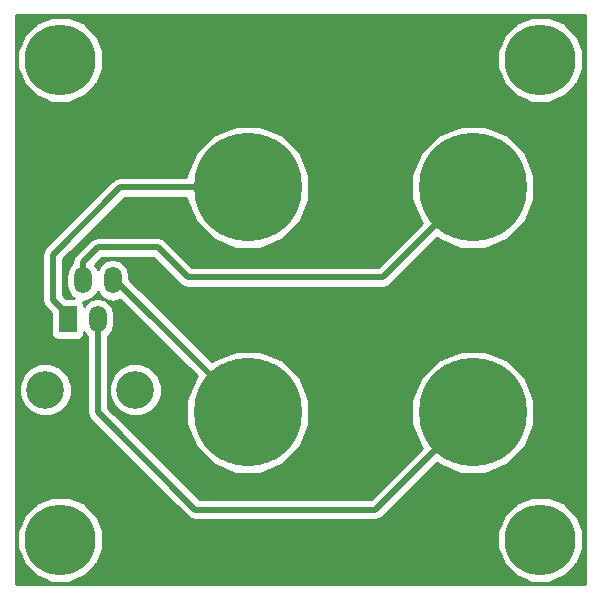
<source format=gtl>
G04 (created by PCBNEW (2013-07-07 BZR 4022)-stable) date 6/30/2014 1:32:33 AM*
%MOIN*%
G04 Gerber Fmt 3.4, Leading zero omitted, Abs format*
%FSLAX34Y34*%
G01*
G70*
G90*
G04 APERTURE LIST*
%ADD10C,0.00590551*%
%ADD11C,0.36*%
%ADD12O,0.059X0.0885*%
%ADD13R,0.059X0.0885*%
%ADD14C,0.125984*%
%ADD15C,0.23622*%
%ADD16C,0.02*%
%ADD17C,0.01*%
G04 APERTURE END LIST*
G54D10*
G54D11*
X73000Y-40750D03*
X80500Y-40750D03*
X80500Y-48250D03*
X73000Y-48250D03*
G54D12*
X67500Y-43852D03*
X68500Y-43852D03*
G54D13*
X67000Y-45147D03*
G54D12*
X68000Y-45147D03*
G54D14*
X69248Y-47500D03*
X66248Y-47500D03*
G54D15*
X82750Y-52500D03*
X82750Y-36500D03*
X66750Y-52500D03*
X66750Y-36500D03*
G54D16*
X67500Y-44000D02*
X67500Y-43250D01*
X77500Y-43750D02*
X80500Y-40750D01*
X71000Y-43750D02*
X77500Y-43750D01*
X70000Y-42750D02*
X71000Y-43750D01*
X68000Y-42750D02*
X70000Y-42750D01*
X67500Y-43250D02*
X68000Y-42750D01*
X68500Y-44000D02*
X68750Y-44000D01*
X68750Y-44000D02*
X73000Y-48250D01*
X68000Y-45000D02*
X68000Y-48250D01*
X77250Y-51500D02*
X80500Y-48250D01*
X71250Y-51500D02*
X77250Y-51500D01*
X68000Y-48250D02*
X71250Y-51500D01*
X67000Y-45000D02*
X66500Y-44500D01*
X68750Y-40750D02*
X73000Y-40750D01*
X66500Y-43000D02*
X68750Y-40750D01*
X66500Y-44500D02*
X66500Y-43000D01*
G54D10*
G36*
X84230Y-53980D02*
X84182Y-53980D01*
X84182Y-52222D01*
X84182Y-36222D01*
X84181Y-36219D01*
X84181Y-36216D01*
X84073Y-35956D01*
X83967Y-35695D01*
X83963Y-35690D01*
X83963Y-35690D01*
X83963Y-35690D01*
X83959Y-35683D01*
X83950Y-35677D01*
X83570Y-35296D01*
X83566Y-35290D01*
X83563Y-35289D01*
X83561Y-35287D01*
X83301Y-35179D01*
X83041Y-35070D01*
X83038Y-35070D01*
X83035Y-35069D01*
X82754Y-35068D01*
X82472Y-35067D01*
X82469Y-35068D01*
X82466Y-35068D01*
X82206Y-35176D01*
X81945Y-35282D01*
X81940Y-35286D01*
X81940Y-35286D01*
X81940Y-35286D01*
X81933Y-35290D01*
X81927Y-35299D01*
X81546Y-35679D01*
X81540Y-35683D01*
X81539Y-35686D01*
X81537Y-35688D01*
X81429Y-35948D01*
X81320Y-36208D01*
X81320Y-36211D01*
X81319Y-36214D01*
X81318Y-36495D01*
X81317Y-36777D01*
X81318Y-36780D01*
X81318Y-36783D01*
X81426Y-37043D01*
X81532Y-37304D01*
X81536Y-37309D01*
X81536Y-37309D01*
X81536Y-37309D01*
X81540Y-37316D01*
X81549Y-37322D01*
X81929Y-37703D01*
X81933Y-37709D01*
X81936Y-37710D01*
X81938Y-37712D01*
X82198Y-37820D01*
X82458Y-37929D01*
X82461Y-37929D01*
X82464Y-37930D01*
X82745Y-37931D01*
X83027Y-37932D01*
X83030Y-37931D01*
X83033Y-37931D01*
X83293Y-37823D01*
X83554Y-37717D01*
X83559Y-37713D01*
X83559Y-37713D01*
X83559Y-37713D01*
X83566Y-37709D01*
X83572Y-37700D01*
X83953Y-37320D01*
X83959Y-37316D01*
X83960Y-37313D01*
X83962Y-37311D01*
X84070Y-37051D01*
X84179Y-36791D01*
X84179Y-36788D01*
X84180Y-36785D01*
X84181Y-36504D01*
X84182Y-36222D01*
X84182Y-52222D01*
X84181Y-52219D01*
X84181Y-52216D01*
X84073Y-51956D01*
X83967Y-51695D01*
X83963Y-51690D01*
X83963Y-51690D01*
X83963Y-51690D01*
X83959Y-51683D01*
X83950Y-51677D01*
X83570Y-51296D01*
X83566Y-51290D01*
X83563Y-51289D01*
X83561Y-51287D01*
X83301Y-51179D01*
X83041Y-51070D01*
X83038Y-51070D01*
X83035Y-51069D01*
X82754Y-51068D01*
X82550Y-51067D01*
X82550Y-47844D01*
X82238Y-47090D01*
X81662Y-46513D01*
X80909Y-46200D01*
X80094Y-46199D01*
X79340Y-46511D01*
X78763Y-47087D01*
X78450Y-47840D01*
X78449Y-48655D01*
X78761Y-49409D01*
X78803Y-49451D01*
X77105Y-51150D01*
X71394Y-51150D01*
X70130Y-49885D01*
X70130Y-47660D01*
X70127Y-47493D01*
X70128Y-47325D01*
X70125Y-47318D01*
X70124Y-47310D01*
X70002Y-47013D01*
X69998Y-47012D01*
X69994Y-47002D01*
X69747Y-46754D01*
X69736Y-46749D01*
X69734Y-46745D01*
X69578Y-46684D01*
X69423Y-46620D01*
X69415Y-46620D01*
X69408Y-46617D01*
X69241Y-46620D01*
X69073Y-46619D01*
X69066Y-46622D01*
X69058Y-46623D01*
X68761Y-46745D01*
X68760Y-46749D01*
X68750Y-46753D01*
X68502Y-47000D01*
X68497Y-47011D01*
X68493Y-47013D01*
X68432Y-47169D01*
X68368Y-47324D01*
X68368Y-47332D01*
X68365Y-47339D01*
X68368Y-47506D01*
X68367Y-47674D01*
X68370Y-47681D01*
X68371Y-47689D01*
X68493Y-47986D01*
X68497Y-47987D01*
X68501Y-47997D01*
X68748Y-48245D01*
X68759Y-48250D01*
X68761Y-48254D01*
X68917Y-48315D01*
X69072Y-48379D01*
X69080Y-48379D01*
X69087Y-48382D01*
X69254Y-48379D01*
X69422Y-48380D01*
X69429Y-48377D01*
X69437Y-48376D01*
X69734Y-48254D01*
X69735Y-48250D01*
X69745Y-48246D01*
X69993Y-47999D01*
X69998Y-47988D01*
X70002Y-47986D01*
X70063Y-47830D01*
X70127Y-47675D01*
X70127Y-47667D01*
X70130Y-47660D01*
X70130Y-49885D01*
X68350Y-48105D01*
X68350Y-45717D01*
X68385Y-45693D01*
X68503Y-45517D01*
X68545Y-45308D01*
X68545Y-44986D01*
X68503Y-44777D01*
X68385Y-44601D01*
X68208Y-44482D01*
X68000Y-44441D01*
X67791Y-44482D01*
X67614Y-44601D01*
X67545Y-44705D01*
X67545Y-44655D01*
X67507Y-44563D01*
X67501Y-44558D01*
X67708Y-44517D01*
X67885Y-44398D01*
X68000Y-44227D01*
X68114Y-44398D01*
X68291Y-44517D01*
X68500Y-44558D01*
X68708Y-44517D01*
X68746Y-44491D01*
X71302Y-47047D01*
X71263Y-47087D01*
X70950Y-47840D01*
X70949Y-48655D01*
X71261Y-49409D01*
X71837Y-49986D01*
X72590Y-50299D01*
X73405Y-50300D01*
X74159Y-49988D01*
X74736Y-49412D01*
X75049Y-48659D01*
X75050Y-47844D01*
X74738Y-47090D01*
X74162Y-46513D01*
X73409Y-46200D01*
X72594Y-46199D01*
X71840Y-46511D01*
X71798Y-46553D01*
X69045Y-43800D01*
X69045Y-43691D01*
X69003Y-43482D01*
X68885Y-43306D01*
X68708Y-43187D01*
X68500Y-43146D01*
X68291Y-43187D01*
X68114Y-43306D01*
X68000Y-43477D01*
X67906Y-43338D01*
X68144Y-43100D01*
X69855Y-43100D01*
X70752Y-43997D01*
X70866Y-44073D01*
X71000Y-44100D01*
X77500Y-44100D01*
X77633Y-44073D01*
X77633Y-44073D01*
X77747Y-43997D01*
X79297Y-42447D01*
X79337Y-42486D01*
X80090Y-42799D01*
X80905Y-42800D01*
X81659Y-42488D01*
X82236Y-41912D01*
X82549Y-41159D01*
X82550Y-40344D01*
X82238Y-39590D01*
X81662Y-39013D01*
X80909Y-38700D01*
X80094Y-38699D01*
X79340Y-39011D01*
X78763Y-39587D01*
X78450Y-40340D01*
X78449Y-41155D01*
X78761Y-41909D01*
X78803Y-41951D01*
X77355Y-43400D01*
X71144Y-43400D01*
X70247Y-42502D01*
X70133Y-42426D01*
X70000Y-42400D01*
X68000Y-42400D01*
X67866Y-42426D01*
X67752Y-42502D01*
X67252Y-43002D01*
X67176Y-43116D01*
X67150Y-43250D01*
X67150Y-43282D01*
X67114Y-43306D01*
X66996Y-43482D01*
X66955Y-43691D01*
X66955Y-44013D01*
X66996Y-44222D01*
X67114Y-44398D01*
X67198Y-44454D01*
X66949Y-44454D01*
X66850Y-44355D01*
X66850Y-43144D01*
X68894Y-41100D01*
X70949Y-41100D01*
X70949Y-41155D01*
X71261Y-41909D01*
X71837Y-42486D01*
X72590Y-42799D01*
X73405Y-42800D01*
X74159Y-42488D01*
X74736Y-41912D01*
X75049Y-41159D01*
X75050Y-40344D01*
X74738Y-39590D01*
X74162Y-39013D01*
X73409Y-38700D01*
X72594Y-38699D01*
X71840Y-39011D01*
X71263Y-39587D01*
X70950Y-40340D01*
X70950Y-40400D01*
X68750Y-40400D01*
X68616Y-40426D01*
X68502Y-40502D01*
X68182Y-40822D01*
X68182Y-36222D01*
X68181Y-36219D01*
X68181Y-36216D01*
X68073Y-35956D01*
X67967Y-35695D01*
X67963Y-35690D01*
X67963Y-35690D01*
X67963Y-35690D01*
X67959Y-35683D01*
X67950Y-35677D01*
X67570Y-35296D01*
X67566Y-35290D01*
X67563Y-35289D01*
X67561Y-35287D01*
X67301Y-35179D01*
X67041Y-35070D01*
X67038Y-35070D01*
X67035Y-35069D01*
X66754Y-35068D01*
X66472Y-35067D01*
X66469Y-35068D01*
X66466Y-35068D01*
X66206Y-35176D01*
X65945Y-35282D01*
X65940Y-35286D01*
X65940Y-35286D01*
X65940Y-35286D01*
X65933Y-35290D01*
X65927Y-35299D01*
X65546Y-35679D01*
X65540Y-35683D01*
X65539Y-35686D01*
X65537Y-35688D01*
X65429Y-35948D01*
X65320Y-36208D01*
X65320Y-36211D01*
X65319Y-36214D01*
X65318Y-36495D01*
X65317Y-36777D01*
X65318Y-36780D01*
X65318Y-36783D01*
X65426Y-37043D01*
X65532Y-37304D01*
X65536Y-37309D01*
X65536Y-37309D01*
X65536Y-37309D01*
X65540Y-37316D01*
X65549Y-37322D01*
X65929Y-37703D01*
X65933Y-37709D01*
X65936Y-37710D01*
X65938Y-37712D01*
X66198Y-37820D01*
X66458Y-37929D01*
X66461Y-37929D01*
X66464Y-37930D01*
X66745Y-37931D01*
X67027Y-37932D01*
X67030Y-37931D01*
X67033Y-37931D01*
X67293Y-37823D01*
X67554Y-37717D01*
X67559Y-37713D01*
X67559Y-37713D01*
X67559Y-37713D01*
X67566Y-37709D01*
X67572Y-37700D01*
X67953Y-37320D01*
X67959Y-37316D01*
X67960Y-37313D01*
X67962Y-37311D01*
X68070Y-37051D01*
X68179Y-36791D01*
X68179Y-36788D01*
X68180Y-36785D01*
X68181Y-36504D01*
X68182Y-36222D01*
X68182Y-40822D01*
X66252Y-42752D01*
X66176Y-42866D01*
X66150Y-43000D01*
X66150Y-44500D01*
X66176Y-44633D01*
X66252Y-44747D01*
X66454Y-44949D01*
X66454Y-45639D01*
X66492Y-45731D01*
X66563Y-45801D01*
X66655Y-45839D01*
X66754Y-45840D01*
X67344Y-45840D01*
X67436Y-45802D01*
X67506Y-45731D01*
X67544Y-45639D01*
X67545Y-45589D01*
X67614Y-45693D01*
X67650Y-45717D01*
X67650Y-48250D01*
X67676Y-48383D01*
X67752Y-48497D01*
X71002Y-51747D01*
X71002Y-51747D01*
X71116Y-51823D01*
X71249Y-51849D01*
X71250Y-51850D01*
X77250Y-51850D01*
X77383Y-51823D01*
X77383Y-51823D01*
X77497Y-51747D01*
X79297Y-49947D01*
X79337Y-49986D01*
X80090Y-50299D01*
X80905Y-50300D01*
X81659Y-49988D01*
X82236Y-49412D01*
X82549Y-48659D01*
X82550Y-47844D01*
X82550Y-51067D01*
X82472Y-51067D01*
X82469Y-51068D01*
X82466Y-51068D01*
X82206Y-51176D01*
X81945Y-51282D01*
X81940Y-51286D01*
X81940Y-51286D01*
X81940Y-51286D01*
X81933Y-51290D01*
X81927Y-51299D01*
X81546Y-51679D01*
X81540Y-51683D01*
X81539Y-51686D01*
X81537Y-51688D01*
X81429Y-51948D01*
X81320Y-52208D01*
X81320Y-52211D01*
X81319Y-52214D01*
X81318Y-52495D01*
X81317Y-52777D01*
X81318Y-52780D01*
X81318Y-52783D01*
X81426Y-53043D01*
X81532Y-53304D01*
X81536Y-53309D01*
X81536Y-53309D01*
X81536Y-53309D01*
X81540Y-53316D01*
X81549Y-53322D01*
X81929Y-53703D01*
X81933Y-53709D01*
X81936Y-53710D01*
X81938Y-53712D01*
X82198Y-53820D01*
X82458Y-53929D01*
X82461Y-53929D01*
X82464Y-53930D01*
X82745Y-53931D01*
X83027Y-53932D01*
X83030Y-53931D01*
X83033Y-53931D01*
X83293Y-53823D01*
X83554Y-53717D01*
X83559Y-53713D01*
X83559Y-53713D01*
X83559Y-53713D01*
X83566Y-53709D01*
X83572Y-53700D01*
X83953Y-53320D01*
X83959Y-53316D01*
X83960Y-53313D01*
X83962Y-53311D01*
X84070Y-53051D01*
X84179Y-52791D01*
X84179Y-52788D01*
X84180Y-52785D01*
X84181Y-52504D01*
X84182Y-52222D01*
X84182Y-53980D01*
X68182Y-53980D01*
X68182Y-52222D01*
X68181Y-52219D01*
X68181Y-52216D01*
X68073Y-51956D01*
X67967Y-51695D01*
X67963Y-51690D01*
X67963Y-51690D01*
X67963Y-51690D01*
X67959Y-51683D01*
X67950Y-51677D01*
X67570Y-51296D01*
X67566Y-51290D01*
X67563Y-51289D01*
X67561Y-51287D01*
X67301Y-51179D01*
X67130Y-51107D01*
X67130Y-47660D01*
X67127Y-47493D01*
X67128Y-47325D01*
X67125Y-47318D01*
X67124Y-47310D01*
X67002Y-47013D01*
X66998Y-47012D01*
X66994Y-47002D01*
X66747Y-46754D01*
X66736Y-46749D01*
X66734Y-46745D01*
X66578Y-46684D01*
X66423Y-46620D01*
X66415Y-46620D01*
X66408Y-46617D01*
X66241Y-46620D01*
X66073Y-46619D01*
X66066Y-46622D01*
X66058Y-46623D01*
X65761Y-46745D01*
X65760Y-46749D01*
X65750Y-46753D01*
X65502Y-47000D01*
X65497Y-47011D01*
X65493Y-47013D01*
X65432Y-47169D01*
X65368Y-47324D01*
X65368Y-47332D01*
X65365Y-47339D01*
X65368Y-47506D01*
X65367Y-47674D01*
X65370Y-47681D01*
X65371Y-47689D01*
X65493Y-47986D01*
X65497Y-47987D01*
X65501Y-47997D01*
X65748Y-48245D01*
X65759Y-48250D01*
X65761Y-48254D01*
X65917Y-48315D01*
X66072Y-48379D01*
X66080Y-48379D01*
X66087Y-48382D01*
X66254Y-48379D01*
X66422Y-48380D01*
X66429Y-48377D01*
X66437Y-48376D01*
X66734Y-48254D01*
X66735Y-48250D01*
X66745Y-48246D01*
X66993Y-47999D01*
X66998Y-47988D01*
X67002Y-47986D01*
X67063Y-47830D01*
X67127Y-47675D01*
X67127Y-47667D01*
X67130Y-47660D01*
X67130Y-51107D01*
X67041Y-51070D01*
X67038Y-51070D01*
X67035Y-51069D01*
X66754Y-51068D01*
X66472Y-51067D01*
X66469Y-51068D01*
X66466Y-51068D01*
X66206Y-51176D01*
X65945Y-51282D01*
X65940Y-51286D01*
X65940Y-51286D01*
X65940Y-51286D01*
X65933Y-51290D01*
X65927Y-51299D01*
X65546Y-51679D01*
X65540Y-51683D01*
X65539Y-51686D01*
X65537Y-51688D01*
X65429Y-51948D01*
X65320Y-52208D01*
X65320Y-52211D01*
X65319Y-52214D01*
X65318Y-52495D01*
X65317Y-52777D01*
X65318Y-52780D01*
X65318Y-52783D01*
X65426Y-53043D01*
X65532Y-53304D01*
X65536Y-53309D01*
X65536Y-53309D01*
X65536Y-53309D01*
X65540Y-53316D01*
X65549Y-53322D01*
X65929Y-53703D01*
X65933Y-53709D01*
X65936Y-53710D01*
X65938Y-53712D01*
X66198Y-53820D01*
X66458Y-53929D01*
X66461Y-53929D01*
X66464Y-53930D01*
X66745Y-53931D01*
X67027Y-53932D01*
X67030Y-53931D01*
X67033Y-53931D01*
X67293Y-53823D01*
X67554Y-53717D01*
X67559Y-53713D01*
X67559Y-53713D01*
X67559Y-53713D01*
X67566Y-53709D01*
X67572Y-53700D01*
X67953Y-53320D01*
X67959Y-53316D01*
X67960Y-53313D01*
X67962Y-53311D01*
X68070Y-53051D01*
X68179Y-52791D01*
X68179Y-52788D01*
X68180Y-52785D01*
X68181Y-52504D01*
X68182Y-52222D01*
X68182Y-53980D01*
X65269Y-53980D01*
X65269Y-35019D01*
X84230Y-35019D01*
X84230Y-53980D01*
X84230Y-53980D01*
G37*
G54D17*
X84230Y-53980D02*
X84182Y-53980D01*
X84182Y-52222D01*
X84182Y-36222D01*
X84181Y-36219D01*
X84181Y-36216D01*
X84073Y-35956D01*
X83967Y-35695D01*
X83963Y-35690D01*
X83963Y-35690D01*
X83963Y-35690D01*
X83959Y-35683D01*
X83950Y-35677D01*
X83570Y-35296D01*
X83566Y-35290D01*
X83563Y-35289D01*
X83561Y-35287D01*
X83301Y-35179D01*
X83041Y-35070D01*
X83038Y-35070D01*
X83035Y-35069D01*
X82754Y-35068D01*
X82472Y-35067D01*
X82469Y-35068D01*
X82466Y-35068D01*
X82206Y-35176D01*
X81945Y-35282D01*
X81940Y-35286D01*
X81940Y-35286D01*
X81940Y-35286D01*
X81933Y-35290D01*
X81927Y-35299D01*
X81546Y-35679D01*
X81540Y-35683D01*
X81539Y-35686D01*
X81537Y-35688D01*
X81429Y-35948D01*
X81320Y-36208D01*
X81320Y-36211D01*
X81319Y-36214D01*
X81318Y-36495D01*
X81317Y-36777D01*
X81318Y-36780D01*
X81318Y-36783D01*
X81426Y-37043D01*
X81532Y-37304D01*
X81536Y-37309D01*
X81536Y-37309D01*
X81536Y-37309D01*
X81540Y-37316D01*
X81549Y-37322D01*
X81929Y-37703D01*
X81933Y-37709D01*
X81936Y-37710D01*
X81938Y-37712D01*
X82198Y-37820D01*
X82458Y-37929D01*
X82461Y-37929D01*
X82464Y-37930D01*
X82745Y-37931D01*
X83027Y-37932D01*
X83030Y-37931D01*
X83033Y-37931D01*
X83293Y-37823D01*
X83554Y-37717D01*
X83559Y-37713D01*
X83559Y-37713D01*
X83559Y-37713D01*
X83566Y-37709D01*
X83572Y-37700D01*
X83953Y-37320D01*
X83959Y-37316D01*
X83960Y-37313D01*
X83962Y-37311D01*
X84070Y-37051D01*
X84179Y-36791D01*
X84179Y-36788D01*
X84180Y-36785D01*
X84181Y-36504D01*
X84182Y-36222D01*
X84182Y-52222D01*
X84181Y-52219D01*
X84181Y-52216D01*
X84073Y-51956D01*
X83967Y-51695D01*
X83963Y-51690D01*
X83963Y-51690D01*
X83963Y-51690D01*
X83959Y-51683D01*
X83950Y-51677D01*
X83570Y-51296D01*
X83566Y-51290D01*
X83563Y-51289D01*
X83561Y-51287D01*
X83301Y-51179D01*
X83041Y-51070D01*
X83038Y-51070D01*
X83035Y-51069D01*
X82754Y-51068D01*
X82550Y-51067D01*
X82550Y-47844D01*
X82238Y-47090D01*
X81662Y-46513D01*
X80909Y-46200D01*
X80094Y-46199D01*
X79340Y-46511D01*
X78763Y-47087D01*
X78450Y-47840D01*
X78449Y-48655D01*
X78761Y-49409D01*
X78803Y-49451D01*
X77105Y-51150D01*
X71394Y-51150D01*
X70130Y-49885D01*
X70130Y-47660D01*
X70127Y-47493D01*
X70128Y-47325D01*
X70125Y-47318D01*
X70124Y-47310D01*
X70002Y-47013D01*
X69998Y-47012D01*
X69994Y-47002D01*
X69747Y-46754D01*
X69736Y-46749D01*
X69734Y-46745D01*
X69578Y-46684D01*
X69423Y-46620D01*
X69415Y-46620D01*
X69408Y-46617D01*
X69241Y-46620D01*
X69073Y-46619D01*
X69066Y-46622D01*
X69058Y-46623D01*
X68761Y-46745D01*
X68760Y-46749D01*
X68750Y-46753D01*
X68502Y-47000D01*
X68497Y-47011D01*
X68493Y-47013D01*
X68432Y-47169D01*
X68368Y-47324D01*
X68368Y-47332D01*
X68365Y-47339D01*
X68368Y-47506D01*
X68367Y-47674D01*
X68370Y-47681D01*
X68371Y-47689D01*
X68493Y-47986D01*
X68497Y-47987D01*
X68501Y-47997D01*
X68748Y-48245D01*
X68759Y-48250D01*
X68761Y-48254D01*
X68917Y-48315D01*
X69072Y-48379D01*
X69080Y-48379D01*
X69087Y-48382D01*
X69254Y-48379D01*
X69422Y-48380D01*
X69429Y-48377D01*
X69437Y-48376D01*
X69734Y-48254D01*
X69735Y-48250D01*
X69745Y-48246D01*
X69993Y-47999D01*
X69998Y-47988D01*
X70002Y-47986D01*
X70063Y-47830D01*
X70127Y-47675D01*
X70127Y-47667D01*
X70130Y-47660D01*
X70130Y-49885D01*
X68350Y-48105D01*
X68350Y-45717D01*
X68385Y-45693D01*
X68503Y-45517D01*
X68545Y-45308D01*
X68545Y-44986D01*
X68503Y-44777D01*
X68385Y-44601D01*
X68208Y-44482D01*
X68000Y-44441D01*
X67791Y-44482D01*
X67614Y-44601D01*
X67545Y-44705D01*
X67545Y-44655D01*
X67507Y-44563D01*
X67501Y-44558D01*
X67708Y-44517D01*
X67885Y-44398D01*
X68000Y-44227D01*
X68114Y-44398D01*
X68291Y-44517D01*
X68500Y-44558D01*
X68708Y-44517D01*
X68746Y-44491D01*
X71302Y-47047D01*
X71263Y-47087D01*
X70950Y-47840D01*
X70949Y-48655D01*
X71261Y-49409D01*
X71837Y-49986D01*
X72590Y-50299D01*
X73405Y-50300D01*
X74159Y-49988D01*
X74736Y-49412D01*
X75049Y-48659D01*
X75050Y-47844D01*
X74738Y-47090D01*
X74162Y-46513D01*
X73409Y-46200D01*
X72594Y-46199D01*
X71840Y-46511D01*
X71798Y-46553D01*
X69045Y-43800D01*
X69045Y-43691D01*
X69003Y-43482D01*
X68885Y-43306D01*
X68708Y-43187D01*
X68500Y-43146D01*
X68291Y-43187D01*
X68114Y-43306D01*
X68000Y-43477D01*
X67906Y-43338D01*
X68144Y-43100D01*
X69855Y-43100D01*
X70752Y-43997D01*
X70866Y-44073D01*
X71000Y-44100D01*
X77500Y-44100D01*
X77633Y-44073D01*
X77633Y-44073D01*
X77747Y-43997D01*
X79297Y-42447D01*
X79337Y-42486D01*
X80090Y-42799D01*
X80905Y-42800D01*
X81659Y-42488D01*
X82236Y-41912D01*
X82549Y-41159D01*
X82550Y-40344D01*
X82238Y-39590D01*
X81662Y-39013D01*
X80909Y-38700D01*
X80094Y-38699D01*
X79340Y-39011D01*
X78763Y-39587D01*
X78450Y-40340D01*
X78449Y-41155D01*
X78761Y-41909D01*
X78803Y-41951D01*
X77355Y-43400D01*
X71144Y-43400D01*
X70247Y-42502D01*
X70133Y-42426D01*
X70000Y-42400D01*
X68000Y-42400D01*
X67866Y-42426D01*
X67752Y-42502D01*
X67252Y-43002D01*
X67176Y-43116D01*
X67150Y-43250D01*
X67150Y-43282D01*
X67114Y-43306D01*
X66996Y-43482D01*
X66955Y-43691D01*
X66955Y-44013D01*
X66996Y-44222D01*
X67114Y-44398D01*
X67198Y-44454D01*
X66949Y-44454D01*
X66850Y-44355D01*
X66850Y-43144D01*
X68894Y-41100D01*
X70949Y-41100D01*
X70949Y-41155D01*
X71261Y-41909D01*
X71837Y-42486D01*
X72590Y-42799D01*
X73405Y-42800D01*
X74159Y-42488D01*
X74736Y-41912D01*
X75049Y-41159D01*
X75050Y-40344D01*
X74738Y-39590D01*
X74162Y-39013D01*
X73409Y-38700D01*
X72594Y-38699D01*
X71840Y-39011D01*
X71263Y-39587D01*
X70950Y-40340D01*
X70950Y-40400D01*
X68750Y-40400D01*
X68616Y-40426D01*
X68502Y-40502D01*
X68182Y-40822D01*
X68182Y-36222D01*
X68181Y-36219D01*
X68181Y-36216D01*
X68073Y-35956D01*
X67967Y-35695D01*
X67963Y-35690D01*
X67963Y-35690D01*
X67963Y-35690D01*
X67959Y-35683D01*
X67950Y-35677D01*
X67570Y-35296D01*
X67566Y-35290D01*
X67563Y-35289D01*
X67561Y-35287D01*
X67301Y-35179D01*
X67041Y-35070D01*
X67038Y-35070D01*
X67035Y-35069D01*
X66754Y-35068D01*
X66472Y-35067D01*
X66469Y-35068D01*
X66466Y-35068D01*
X66206Y-35176D01*
X65945Y-35282D01*
X65940Y-35286D01*
X65940Y-35286D01*
X65940Y-35286D01*
X65933Y-35290D01*
X65927Y-35299D01*
X65546Y-35679D01*
X65540Y-35683D01*
X65539Y-35686D01*
X65537Y-35688D01*
X65429Y-35948D01*
X65320Y-36208D01*
X65320Y-36211D01*
X65319Y-36214D01*
X65318Y-36495D01*
X65317Y-36777D01*
X65318Y-36780D01*
X65318Y-36783D01*
X65426Y-37043D01*
X65532Y-37304D01*
X65536Y-37309D01*
X65536Y-37309D01*
X65536Y-37309D01*
X65540Y-37316D01*
X65549Y-37322D01*
X65929Y-37703D01*
X65933Y-37709D01*
X65936Y-37710D01*
X65938Y-37712D01*
X66198Y-37820D01*
X66458Y-37929D01*
X66461Y-37929D01*
X66464Y-37930D01*
X66745Y-37931D01*
X67027Y-37932D01*
X67030Y-37931D01*
X67033Y-37931D01*
X67293Y-37823D01*
X67554Y-37717D01*
X67559Y-37713D01*
X67559Y-37713D01*
X67559Y-37713D01*
X67566Y-37709D01*
X67572Y-37700D01*
X67953Y-37320D01*
X67959Y-37316D01*
X67960Y-37313D01*
X67962Y-37311D01*
X68070Y-37051D01*
X68179Y-36791D01*
X68179Y-36788D01*
X68180Y-36785D01*
X68181Y-36504D01*
X68182Y-36222D01*
X68182Y-40822D01*
X66252Y-42752D01*
X66176Y-42866D01*
X66150Y-43000D01*
X66150Y-44500D01*
X66176Y-44633D01*
X66252Y-44747D01*
X66454Y-44949D01*
X66454Y-45639D01*
X66492Y-45731D01*
X66563Y-45801D01*
X66655Y-45839D01*
X66754Y-45840D01*
X67344Y-45840D01*
X67436Y-45802D01*
X67506Y-45731D01*
X67544Y-45639D01*
X67545Y-45589D01*
X67614Y-45693D01*
X67650Y-45717D01*
X67650Y-48250D01*
X67676Y-48383D01*
X67752Y-48497D01*
X71002Y-51747D01*
X71002Y-51747D01*
X71116Y-51823D01*
X71249Y-51849D01*
X71250Y-51850D01*
X77250Y-51850D01*
X77383Y-51823D01*
X77383Y-51823D01*
X77497Y-51747D01*
X79297Y-49947D01*
X79337Y-49986D01*
X80090Y-50299D01*
X80905Y-50300D01*
X81659Y-49988D01*
X82236Y-49412D01*
X82549Y-48659D01*
X82550Y-47844D01*
X82550Y-51067D01*
X82472Y-51067D01*
X82469Y-51068D01*
X82466Y-51068D01*
X82206Y-51176D01*
X81945Y-51282D01*
X81940Y-51286D01*
X81940Y-51286D01*
X81940Y-51286D01*
X81933Y-51290D01*
X81927Y-51299D01*
X81546Y-51679D01*
X81540Y-51683D01*
X81539Y-51686D01*
X81537Y-51688D01*
X81429Y-51948D01*
X81320Y-52208D01*
X81320Y-52211D01*
X81319Y-52214D01*
X81318Y-52495D01*
X81317Y-52777D01*
X81318Y-52780D01*
X81318Y-52783D01*
X81426Y-53043D01*
X81532Y-53304D01*
X81536Y-53309D01*
X81536Y-53309D01*
X81536Y-53309D01*
X81540Y-53316D01*
X81549Y-53322D01*
X81929Y-53703D01*
X81933Y-53709D01*
X81936Y-53710D01*
X81938Y-53712D01*
X82198Y-53820D01*
X82458Y-53929D01*
X82461Y-53929D01*
X82464Y-53930D01*
X82745Y-53931D01*
X83027Y-53932D01*
X83030Y-53931D01*
X83033Y-53931D01*
X83293Y-53823D01*
X83554Y-53717D01*
X83559Y-53713D01*
X83559Y-53713D01*
X83559Y-53713D01*
X83566Y-53709D01*
X83572Y-53700D01*
X83953Y-53320D01*
X83959Y-53316D01*
X83960Y-53313D01*
X83962Y-53311D01*
X84070Y-53051D01*
X84179Y-52791D01*
X84179Y-52788D01*
X84180Y-52785D01*
X84181Y-52504D01*
X84182Y-52222D01*
X84182Y-53980D01*
X68182Y-53980D01*
X68182Y-52222D01*
X68181Y-52219D01*
X68181Y-52216D01*
X68073Y-51956D01*
X67967Y-51695D01*
X67963Y-51690D01*
X67963Y-51690D01*
X67963Y-51690D01*
X67959Y-51683D01*
X67950Y-51677D01*
X67570Y-51296D01*
X67566Y-51290D01*
X67563Y-51289D01*
X67561Y-51287D01*
X67301Y-51179D01*
X67130Y-51107D01*
X67130Y-47660D01*
X67127Y-47493D01*
X67128Y-47325D01*
X67125Y-47318D01*
X67124Y-47310D01*
X67002Y-47013D01*
X66998Y-47012D01*
X66994Y-47002D01*
X66747Y-46754D01*
X66736Y-46749D01*
X66734Y-46745D01*
X66578Y-46684D01*
X66423Y-46620D01*
X66415Y-46620D01*
X66408Y-46617D01*
X66241Y-46620D01*
X66073Y-46619D01*
X66066Y-46622D01*
X66058Y-46623D01*
X65761Y-46745D01*
X65760Y-46749D01*
X65750Y-46753D01*
X65502Y-47000D01*
X65497Y-47011D01*
X65493Y-47013D01*
X65432Y-47169D01*
X65368Y-47324D01*
X65368Y-47332D01*
X65365Y-47339D01*
X65368Y-47506D01*
X65367Y-47674D01*
X65370Y-47681D01*
X65371Y-47689D01*
X65493Y-47986D01*
X65497Y-47987D01*
X65501Y-47997D01*
X65748Y-48245D01*
X65759Y-48250D01*
X65761Y-48254D01*
X65917Y-48315D01*
X66072Y-48379D01*
X66080Y-48379D01*
X66087Y-48382D01*
X66254Y-48379D01*
X66422Y-48380D01*
X66429Y-48377D01*
X66437Y-48376D01*
X66734Y-48254D01*
X66735Y-48250D01*
X66745Y-48246D01*
X66993Y-47999D01*
X66998Y-47988D01*
X67002Y-47986D01*
X67063Y-47830D01*
X67127Y-47675D01*
X67127Y-47667D01*
X67130Y-47660D01*
X67130Y-51107D01*
X67041Y-51070D01*
X67038Y-51070D01*
X67035Y-51069D01*
X66754Y-51068D01*
X66472Y-51067D01*
X66469Y-51068D01*
X66466Y-51068D01*
X66206Y-51176D01*
X65945Y-51282D01*
X65940Y-51286D01*
X65940Y-51286D01*
X65940Y-51286D01*
X65933Y-51290D01*
X65927Y-51299D01*
X65546Y-51679D01*
X65540Y-51683D01*
X65539Y-51686D01*
X65537Y-51688D01*
X65429Y-51948D01*
X65320Y-52208D01*
X65320Y-52211D01*
X65319Y-52214D01*
X65318Y-52495D01*
X65317Y-52777D01*
X65318Y-52780D01*
X65318Y-52783D01*
X65426Y-53043D01*
X65532Y-53304D01*
X65536Y-53309D01*
X65536Y-53309D01*
X65536Y-53309D01*
X65540Y-53316D01*
X65549Y-53322D01*
X65929Y-53703D01*
X65933Y-53709D01*
X65936Y-53710D01*
X65938Y-53712D01*
X66198Y-53820D01*
X66458Y-53929D01*
X66461Y-53929D01*
X66464Y-53930D01*
X66745Y-53931D01*
X67027Y-53932D01*
X67030Y-53931D01*
X67033Y-53931D01*
X67293Y-53823D01*
X67554Y-53717D01*
X67559Y-53713D01*
X67559Y-53713D01*
X67559Y-53713D01*
X67566Y-53709D01*
X67572Y-53700D01*
X67953Y-53320D01*
X67959Y-53316D01*
X67960Y-53313D01*
X67962Y-53311D01*
X68070Y-53051D01*
X68179Y-52791D01*
X68179Y-52788D01*
X68180Y-52785D01*
X68181Y-52504D01*
X68182Y-52222D01*
X68182Y-53980D01*
X65269Y-53980D01*
X65269Y-35019D01*
X84230Y-35019D01*
X84230Y-53980D01*
M02*

</source>
